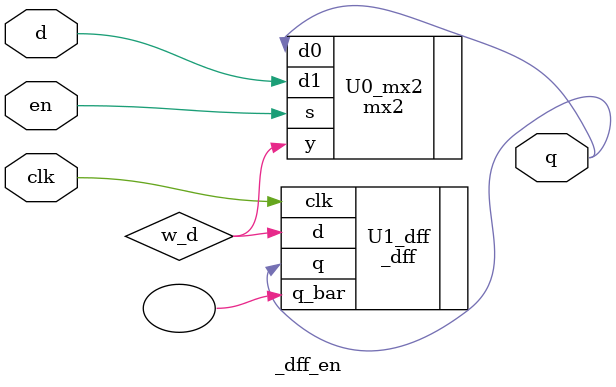
<source format=v>
module _dff_en(clk, en, d, q);

	input		clk, en, d;		//input clk, en, d
	output	q;					//output q
	
	wire		w_d;			// wire w_d
	
	mx2 U0_mx2(.d0(q), .d1(d), .s(en), .y(w_d));		//load 2 to 1 mux
	_dff U1_dff(.clk(clk), .d(w_d), .q(q), .q_bar());	//load D flip-flop
	
endmodule

</source>
